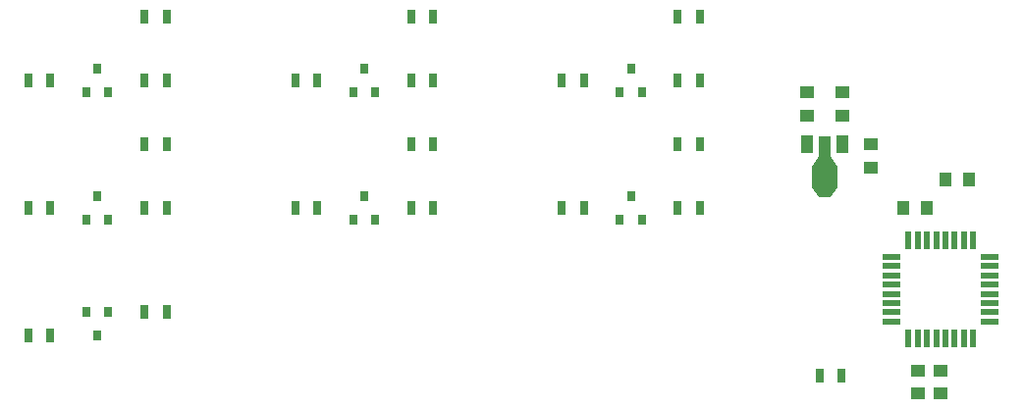
<source format=gtp>
G04 #@! TF.GenerationSoftware,KiCad,Pcbnew,(5.1.7)-1*
G04 #@! TF.CreationDate,2022-05-13T22:18:05+02:00*
G04 #@! TF.ProjectId,Anzeige-Modul,416e7a65-6967-4652-9d4d-6f64756c2e6b,rev?*
G04 #@! TF.SameCoordinates,Original*
G04 #@! TF.FileFunction,Paste,Top*
G04 #@! TF.FilePolarity,Positive*
%FSLAX46Y46*%
G04 Gerber Fmt 4.6, Leading zero omitted, Abs format (unit mm)*
G04 Created by KiCad (PCBNEW (5.1.7)-1) date 2022-05-13 22:18:05*
%MOMM*%
%LPD*%
G01*
G04 APERTURE LIST*
%ADD10R,0.800000X0.900000*%
%ADD11R,1.250000X1.000000*%
%ADD12R,1.000000X1.250000*%
%ADD13R,0.700000X1.300000*%
%ADD14R,0.550000X1.600000*%
%ADD15R,1.600000X0.550000*%
%ADD16C,0.100000*%
%ADD17R,2.200000X1.840000*%
%ADD18R,1.000000X1.500000*%
%ADD19R,1.000000X1.800000*%
G04 APERTURE END LIST*
D10*
X38220000Y-87000000D03*
X36320000Y-87000000D03*
X37270000Y-89000000D03*
D11*
X108000000Y-94000000D03*
X108000000Y-92000000D03*
D12*
X106800000Y-78000000D03*
X108800000Y-78000000D03*
X112400000Y-75500000D03*
X110400000Y-75500000D03*
D11*
X104000000Y-74500000D03*
X104000000Y-72500000D03*
D13*
X101450000Y-92500000D03*
X99550000Y-92500000D03*
D11*
X110000000Y-92000000D03*
X110000000Y-94000000D03*
D14*
X112800000Y-80750000D03*
X112000000Y-80750000D03*
X111200000Y-80750000D03*
X110400000Y-80750000D03*
X109600000Y-80750000D03*
X108800000Y-80750000D03*
X108000000Y-80750000D03*
X107200000Y-80750000D03*
D15*
X105750000Y-82200000D03*
X105750000Y-83000000D03*
X105750000Y-83800000D03*
X105750000Y-84600000D03*
X105750000Y-85400000D03*
X105750000Y-86200000D03*
X105750000Y-87000000D03*
X105750000Y-87800000D03*
D14*
X107200000Y-89250000D03*
X108000000Y-89250000D03*
X108800000Y-89250000D03*
X109600000Y-89250000D03*
X110400000Y-89250000D03*
X111200000Y-89250000D03*
X112000000Y-89250000D03*
X112800000Y-89250000D03*
D15*
X114250000Y-87800000D03*
X114250000Y-87000000D03*
X114250000Y-86200000D03*
X114250000Y-85400000D03*
X114250000Y-84600000D03*
X114250000Y-83800000D03*
X114250000Y-83000000D03*
X114250000Y-82200000D03*
D13*
X41320000Y-61500000D03*
X43220000Y-61500000D03*
X64320000Y-61500000D03*
X66220000Y-61500000D03*
X87320000Y-61500000D03*
X89220000Y-61500000D03*
X41320000Y-72500000D03*
X43220000Y-72500000D03*
X64320000Y-72500000D03*
X66220000Y-72500000D03*
X87320000Y-72500000D03*
X89220000Y-72500000D03*
D10*
X36320000Y-68000000D03*
X38220000Y-68000000D03*
X37270000Y-66000000D03*
X59320000Y-68000000D03*
X61220000Y-68000000D03*
X60270000Y-66000000D03*
X82320000Y-68000000D03*
X84220000Y-68000000D03*
X83270000Y-66000000D03*
X36320000Y-79000000D03*
X38220000Y-79000000D03*
X37270000Y-77000000D03*
X59320000Y-79000000D03*
X61220000Y-79000000D03*
X60270000Y-77000000D03*
X82320000Y-79000000D03*
X84220000Y-79000000D03*
X83270000Y-77000000D03*
D13*
X41320000Y-67000000D03*
X43220000Y-67000000D03*
X64320000Y-67000000D03*
X66220000Y-67000000D03*
X87320000Y-67000000D03*
X89220000Y-67000000D03*
X41320000Y-78000000D03*
X43220000Y-78000000D03*
X64320000Y-78000000D03*
X66220000Y-78000000D03*
X89220000Y-78000000D03*
X87320000Y-78000000D03*
X31320000Y-67000000D03*
X33220000Y-67000000D03*
X54320000Y-67000000D03*
X56220000Y-67000000D03*
X77320000Y-67000000D03*
X79220000Y-67000000D03*
X31320000Y-78000000D03*
X33220000Y-78000000D03*
X54320000Y-78000000D03*
X56220000Y-78000000D03*
X77320000Y-78000000D03*
X79220000Y-78000000D03*
D16*
G36*
X98900000Y-74403800D02*
G01*
X99600000Y-73403800D01*
X100400000Y-73403800D01*
X101100000Y-74403800D01*
X98900000Y-74403800D01*
G37*
D17*
X100000000Y-75313500D03*
D18*
X98500000Y-72500000D03*
D19*
X100000000Y-72646500D03*
D18*
X101500000Y-72500000D03*
D16*
G36*
X101100000Y-76222000D02*
G01*
X100500000Y-77072000D01*
X99500000Y-77072000D01*
X98900000Y-76222000D01*
X101100000Y-76222000D01*
G37*
D13*
X43220000Y-87000000D03*
X41320000Y-87000000D03*
X31320000Y-89000000D03*
X33220000Y-89000000D03*
D11*
X98500000Y-68000000D03*
X98500000Y-70000000D03*
X101500000Y-68000000D03*
X101500000Y-70000000D03*
M02*

</source>
